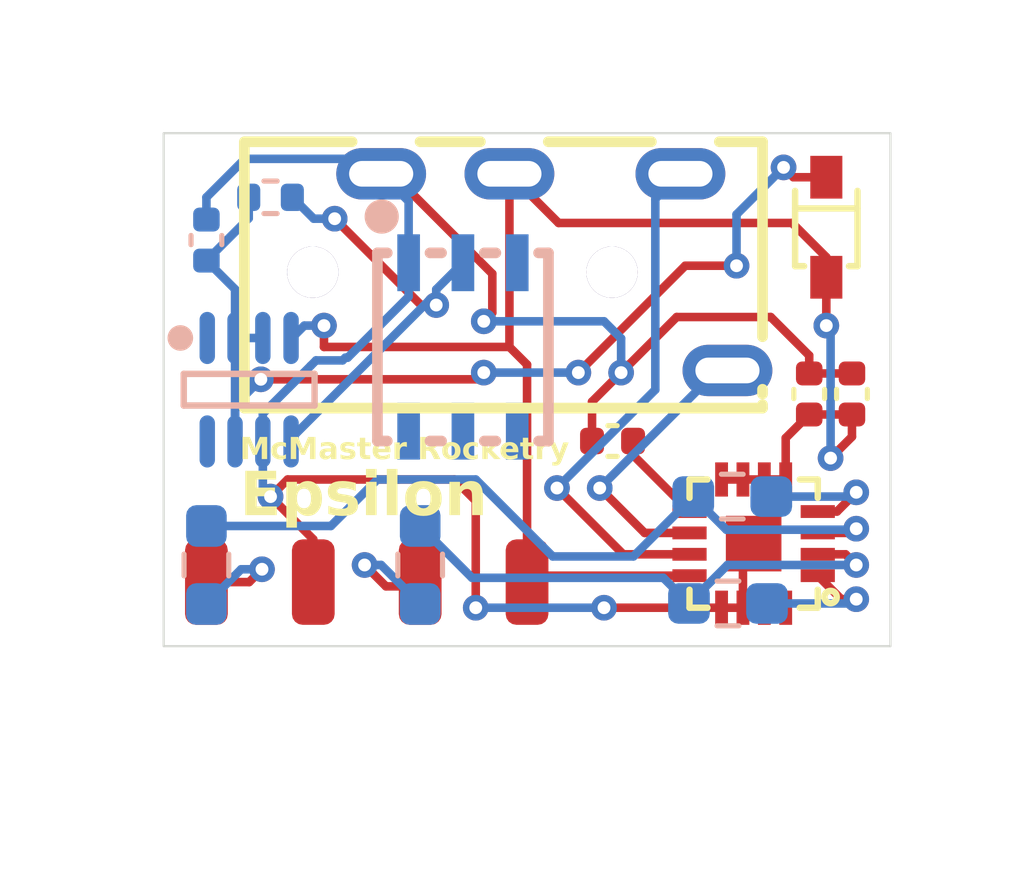
<source format=kicad_pcb>
(kicad_pcb (version 20240108) (generator "pcbnew") (generator_version "8.0")
  (layers (0 "F.Cu" signal) (31 "B.Cu" signal) (34 "B.Paste" user) (35 "F.Paste" user) (36 "B.SilkS" user "B.Silkscreen") (37 "F.SilkS" user "F.Silkscreen") (38 "B.Mask" user) (39 "F.Mask" user) (44 "Edge.Cuts" user))
  (net 0 "")
  (net 1 "GND")
  (net 2 "3V3A_SW")
  (net 3 "Net-(U4-VOCM)")
  (net 4 "Net-(D1-K)")
  (net 5 "Net-(J2-Pin_1)")
  (net 6 "Net-(J4-Pin_1)")
  (net 7 "Net-(U4--OUT)")
  (net 8 "Net-(U4-+OUT)")
  (net 9 "Net-(U4-+IN)")
  (net 10 "Net-(U4-–FB)")
  (net 15 "Net-(U2-IO)")
  (net 18 "Net-(U4-+FB)")
  (net 19 "Net-(U4--IN)")
  (footprint "Connector_Wire:SolderWirePad_1x01_SMD_1x2mm" (layer "F.Cu") (at 141 87.5 180)
    (property "Reference" "J2" (hide yes))
    (property "Value" "SGS+")
    (pad "1" smd roundrect (at 0 0 180) (size 1 2) (layers "F.Cu" "F.Paste" "F.Mask") (net 5 "Net-(J2-Pin_1)"))
  )
  (footprint "Connector_Wire:SolderWirePad_1x01_SMD_1x2mm" (layer "F.Cu") (at 143.5 87.5 180)
    (property "Reference" "J1" (hide yes))
    (property "Value" "SGP+")
    (pad "1" smd roundrect (at 0 0 180) (size 1 2) (layers "F.Cu" "F.Paste" "F.Mask") (net 2 "3V3A_SW"))
  )
  (footprint "Capacitor_SMD:C_0402_1005Metric" (layer "F.Cu") (at 151.1 83.1 -90)
    (property "Reference" "C6" (hide yes))
    (property "Value" "1000p")
    (fp_line (start -0.107836 0.36) (end 0.107836 0.36) (stroke (width 0.12)) (layer "F.SilkS"))
    (fp_line (start -0.107836 -0.36) (end 0.107836 -0.36) (stroke (width 0.12)) (layer "F.SilkS"))
    (pad "1" smd roundrect (at -0.48 0 270) (size 0.56 0.62) (layers "F.Cu" "F.Paste" "F.Mask") (net 1 "GND"))
    (pad "2" smd roundrect (at 0.48 0 270) (size 0.56 0.62) (layers "F.Cu" "F.Paste" "F.Mask") (net 2 "3V3A_SW"))
  )
  (footprint "Rocketry_Easyeda:SOD-323_L1.8-W1.3-LS2.5-RD" (layer "F.Cu") (at 150.5 79.2 -90)
    (property "Reference" "D1" (hide yes))
    (property "Value" "1N4148WS T4")
    (fp_line (start -0.85 0.73) (end 0.91 0.73) (stroke (width 0.15)) (layer "F.SilkS"))
    (fp_line (start 0.91 0.73) (end 0.91 0.52) (stroke (width 0.15)) (layer "F.SilkS"))
    (fp_line (start -0.85 -0.73) (end 0.91 -0.73) (stroke (width 0.15)) (layer "F.SilkS"))
    (fp_line (start -0.44 -0.73) (end -0.44 0.73) (stroke (width 0.15)) (layer "F.SilkS"))
    (fp_line (start 0.91 -0.73) (end 0.91 -0.53) (stroke (width 0.15)) (layer "F.SilkS"))
    (pad "1" smd rect (at -1.17 0 270) (size 1 0.75) (layers "F.Cu" "F.Paste" "F.Mask") (net 4 "Net-(D1-K)"))
    (pad "2" smd rect (at 1.17 0 270) (size 1 0.75) (layers "F.Cu" "F.Paste" "F.Mask") (net 2 "3V3A_SW"))
  )
  (footprint "Connector_Wire:SolderWirePad_1x01_SMD_1x2mm" (layer "F.Cu") (at 136 87.5 180)
    (property "Reference" "J4" (hide yes))
    (property "Value" "SGS-")
    (pad "1" smd roundrect (at 0 0 180) (size 1 2) (layers "F.Cu" "F.Paste" "F.Mask") (net 6 "Net-(J4-Pin_1)"))
  )
  (footprint "Rocketry_Easyeda:LFCSP-16_L3.0-W3.0-P0.50-BL-EP1.3" (layer "F.Cu") (at 148.8 86.6 90)
    (property "Reference" "U4" (hide yes))
    (property "Value" "ADA4940-1ACPZ-R7")
    (fp_line (start 1.07 -1.5) (end 1.5 -1.5) (stroke (width 0.15)) (layer "F.SilkS"))
    (fp_line (start -1.5 -1.5) (end -1.08 -1.5) (stroke (width 0.15)) (layer "F.SilkS"))
    (fp_line (start 1.5 -1.08) (end 1.5 -1.5) (stroke (width 0.15)) (layer "F.SilkS"))
    (fp_line (start -1.5 -1.08) (end -1.5 -1.5) (stroke (width 0.15)) (layer "F.SilkS"))
    (fp_line (start 1.5 1.5) (end 1.5 1.08) (stroke (width 0.15)) (layer "F.SilkS"))
    (fp_line (start 1.07 1.5) (end 1.5 1.5) (stroke (width 0.15)) (layer "F.SilkS"))
    (fp_line (start -1.5 1.5) (end -1.5 1.08) (stroke (width 0.15)) (layer "F.SilkS"))
    (fp_line (start -1.5 1.5) (end -1.08 1.5) (stroke (width 0.15)) (layer "F.SilkS"))
    (fp_circle (center -1.25 1.8) (end -1.18 1.8) (stroke (width 0.15)) (fill none) (layer "F.SilkS"))
    (pad "1" smd rect (at -0.75 1.5 270) (size 0.3 0.8) (layers "F.Cu" "F.Paste" "F.Mask") (net 10 "Net-(U4-–FB)"))
    (pad "2" smd rect (at -0.25 1.5 270) (size 0.3 0.8) (layers "F.Cu" "F.Paste" "F.Mask") (net 9 "Net-(U4-+IN)"))
    (pad "3" smd rect (at 0.25 1.5 270) (size 0.3 0.8) (layers "F.Cu" "F.Paste" "F.Mask") (net 19 "Net-(U4--IN)"))
    (pad "4" smd rect (at 0.75 1.5 270) (size 0.3 0.8) (layers "F.Cu" "F.Paste" "F.Mask") (net 18 "Net-(U4-+FB)"))
    (pad "5" smd rect (at 1.5 0.75 180) (size 0.3 0.8) (layers "F.Cu" "F.Paste" "F.Mask") (net 2 "3V3A_SW"))
    (pad "6" smd rect (at 1.5 0.25 180) (size 0.3 0.8) (layers "F.Cu" "F.Paste" "F.Mask") (net 2 "3V3A_SW"))
    (pad "7" smd rect (at 1.5 -0.25 180) (size 0.3 0.8) (layers "F.Cu" "F.Paste" "F.Mask") (net 2 "3V3A_SW"))
    (pad "8" smd rect (at 1.5 -0.75 180) (size 0.3 0.8) (layers "F.Cu" "F.Paste" "F.Mask") (net 2 "3V3A_SW"))
    (pad "9" smd rect (at 0.75 -1.5 270) (size 0.3 0.8) (layers "F.Cu" "F.Paste" "F.Mask") (net 3 "Net-(U4-VOCM)"))
    (pad "10" smd rect (at 0.25 -1.5 270) (size 0.3 0.8) (layers "F.Cu" "F.Paste" "F.Mask") (net 8 "Net-(U4-+OUT)"))
    (pad "11" smd rect (at -0.25 -1.5 270) (size 0.3 0.8) (layers "F.Cu" "F.Paste" "F.Mask") (net 7 "Net-(U4--OUT)"))
    (pad "12" smd rect (at -0.75 -1.5 270) (size 0.3 0.8) (layers "F.Cu" "F.Paste" "F.Mask") (net 2 "3V3A_SW"))
    (pad "13" smd rect (at -1.5 -0.75 180) (size 0.3 0.8) (layers "F.Cu" "F.Paste" "F.Mask") (net 1 "GND"))
    (pad "14" smd rect (at -1.5 -0.25 180) (size 0.3 0.8) (layers "F.Cu" "F.Paste" "F.Mask") (net 1 "GND"))
    (pad "15" smd rect (at -1.5 0.25 180) (size 0.3 0.8) (layers "F.Cu" "F.Paste" "F.Mask") (net 1 "GND"))
    (pad "16" smd rect (at -1.5 0.75 180) (size 0.3 0.8) (layers "F.Cu" "F.Paste" "F.Mask") (net 1 "GND"))
    (pad "17" smd rect (at 0 0 270) (size 1.3 1.3) (layers "F.Cu" "F.Paste" "F.Mask") (net 1 "GND"))
  )
  (footprint "Capacitor_SMD:C_0402_1005Metric" (layer "F.Cu") (at 150.1 83.1 90)
    (property "Reference" "C5" (hide yes))
    (property "Value" "100n")
    (fp_line (start -0.107836 -0.36) (end 0.107836 -0.36) (stroke (width 0.12)) (layer "F.SilkS"))
    (fp_line (start -0.107836 0.36) (end 0.107836 0.36) (stroke (width 0.12)) (layer "F.SilkS"))
    (pad "1" smd roundrect (at -0.48 0 90) (size 0.56 0.62) (layers "F.Cu" "F.Paste" "F.Mask") (net 2 "3V3A_SW"))
    (pad "2" smd roundrect (at 0.48 0 90) (size 0.56 0.62) (layers "F.Cu" "F.Paste" "F.Mask") (net 1 "GND"))
  )
  (footprint "Rocketry_Manual:AUDIO-TH_PJ-320A-4P-DIP" (layer "F.Cu") (at 144.1375 80.25)
    (property "Reference" "J5" (hide yes))
    (property "Value" "AudioJack4")
    (fp_line (start -7.25 2.46) (end -7.25 -3.05) (stroke (width 0.25)) (layer "F.SilkS"))
    (fp_line (start -7.25 3.18) (end -7.25 2.3) (stroke (width 0.25)) (layer "F.SilkS"))
    (fp_line (start -7.23 -3.05) (end -4.73 -3.05) (stroke (width 0.25)) (layer "F.SilkS"))
    (fp_line (start -3.14 -3.05) (end -1.73 -3.05) (stroke (width 0.25)) (layer "F.SilkS"))
    (fp_line (start -0.14 -3.05) (end 2.27 -3.05) (stroke (width 0.25)) (layer "F.SilkS"))
    (fp_line (start 3.86 -3.05) (end 4.87 -3.05) (stroke (width 0.25)) (layer "F.SilkS"))
    (fp_line (start 4.87 -3.05) (end 4.87 1.51) (stroke (width 0.25)) (layer "F.SilkS"))
    (fp_line (start 4.87 2.74) (end 4.87 2.85) (stroke (width 0.25)) (layer "F.SilkS"))
    (fp_line (start 4.87 3.1) (end 4.87 3.18) (stroke (width 0.25)) (layer "F.SilkS"))
    (fp_line (start 4.87 3.18) (end -7.25 3.18) (stroke (width 0.25)) (layer "F.SilkS"))
    (pad "" thru_hole circle (at -5.65 0) (size 1.2 1.2) (drill 1.2) (layers "*.Cu" "*.Mask"))
    (pad "" thru_hole circle (at 1.35 0) (size 1.2 1.2) (drill 1.2) (layers "*.Cu" "*.Mask"))
    (pad "R1" thru_hole oval (at 2.95 -2.3 90) (size 1.2 2.1) (drill oval 0.599999 1.499997) (layers "*.Cu" "*.Mask") (net 7 "Net-(U4--OUT)"))
    (pad "R2" thru_hole oval (at -1.05 -2.3 90) (size 1.2 2.1) (drill oval 0.599999 1.499997) (layers "*.Cu" "*.Mask") (net 2 "3V3A_SW"))
    (pad "S" thru_hole oval (at -4.05 -2.3 90) (size 1.2 2.1) (drill oval 0.599999 1.499997) (layers "*.Cu" "*.Mask") (net 1 "GND"))
    (pad "T" thru_hole oval (at 4.05 2.3 90) (size 1.2 2.1) (drill oval 0.599999 1.499997) (layers "*.Cu" "*.Mask") (net 8 "Net-(U4-+OUT)"))
  )
  (footprint "Connector_Wire:SolderWirePad_1x01_SMD_1x2mm" (layer "F.Cu") (at 138.5 87.5 180)
    (property "Reference" "J3" (hide yes))
    (property "Value" "SGP-")
    (pad "1" smd roundrect (at 0 0 180) (size 1 2) (layers "F.Cu" "F.Paste" "F.Mask") (net 1 "GND"))
  )
  (footprint "Capacitor_SMD:C_0402_1005Metric" (layer "F.Cu") (at 145.5 84.2 180)
    (property "Reference" "C7" (hide yes))
    (property "Value" "100n")
    (fp_line (start -0.107836 0.36) (end 0.107836 0.36) (stroke (width 0.12)) (layer "F.SilkS"))
    (fp_line (start -0.107836 -0.36) (end 0.107836 -0.36) (stroke (width 0.12)) (layer "F.SilkS"))
    (pad "1" smd roundrect (at -0.48 0 180) (size 0.56 0.62) (layers "F.Cu" "F.Paste" "F.Mask") (net 3 "Net-(U4-VOCM)"))
    (pad "2" smd roundrect (at 0.48 0 180) (size 0.56 0.62) (layers "F.Cu" "F.Paste" "F.Mask") (net 1 "GND"))
  )
  (footprint "Capacitor_SMD:C_0402_1005Metric" (layer "B.Cu") (at 136 79.5 90)
    (property "Reference" "C4" (hide yes))
    (property "Value" "10uF")
    (fp_line (start 0.107836 -0.36) (end -0.107836 -0.36) (stroke (width 0.12)) (layer "B.SilkS"))
    (fp_line (start 0.107836 0.36) (end -0.107836 0.36) (stroke (width 0.12)) (layer "B.SilkS"))
    (pad "1" smd roundrect (at -0.48 0 90) (size 0.56 0.62) (layers "B.Cu" "B.Paste" "B.Mask") (net 4 "Net-(D1-K)"))
    (pad "2" smd roundrect (at 0.48 0 90) (size 0.56 0.62) (layers "B.Cu" "B.Paste" "B.Mask") (net 1 "GND"))
  )
  (footprint "Rocketry_Easyeda:TSOT-23-8_L2.9-W1.6-P0.65-LS2.8-BR" (layer "B.Cu") (at 137 83 90)
    (property "Reference" "U3" (hide yes))
    (property "Value" "TCA9416DDFR")
    (fp_line (start 0.37 -1.53) (end 0.37 1.53) (stroke (width 0.15)) (layer "B.SilkS"))
    (fp_line (start -0.37 -1.53) (end 0.37 -1.53) (stroke (width 0.15)) (layer "B.SilkS"))
    (fp_line (start 0.37 1.53) (end -0.37 1.53) (stroke (width 0.15)) (layer "B.SilkS"))
    (fp_line (start -0.37 1.53) (end -0.37 -1.53) (stroke (width 0.15)) (layer "B.SilkS"))
    (fp_circle (center 1.21 -1.61) (end 1.36 -1.61) (stroke (width 0.3)) (fill none) (layer "B.SilkS"))
    (pad "1" smd oval (at 1.21 -0.98 90) (size 1.22 0.36) (layers "B.Cu" "B.Paste" "B.Mask"))
    (pad "2" smd oval (at 1.21 -0.33 90) (size 1.22 0.36) (layers "B.Cu" "B.Paste" "B.Mask") (net 4 "Net-(D1-K)"))
    (pad "3" smd oval (at 1.21 0.32 90) (size 1.22 0.36) (layers "B.Cu" "B.Paste" "B.Mask") (net 4 "Net-(D1-K)"))
    (pad "4" smd oval (at 1.21 0.98 90) (size 1.22 0.36) (layers "B.Cu" "B.Paste" "B.Mask") (net 2 "3V3A_SW"))
    (pad "5" smd oval (at -1.21 0.98 90) (size 1.22 0.36) (layers "B.Cu" "B.Paste" "B.Mask") (net 15 "Net-(U2-IO)"))
    (pad "6" smd oval (at -1.21 0.32 90) (size 1.22 0.36) (layers "B.Cu" "B.Paste" "B.Mask") (net 1 "GND"))
    (pad "7" smd oval (at -1.21 -0.33 90) (size 1.22 0.36) (layers "B.Cu" "B.Paste" "B.Mask") (net 4 "Net-(D1-K)"))
    (pad "8" smd oval (at -1.21 -0.98 90) (size 1.22 0.36) (layers "B.Cu" "B.Paste" "B.Mask"))
  )
  (footprint "Resistor_SMD:R_0603_1608Metric_Pad0.98x0.95mm_HandSolder" (layer "B.Cu") (at 141 87.1 90)
    (property "Reference" "R8" (hide yes))
    (property "Value" "6.8K")
    (fp_line (start 0.254724 -0.5225) (end -0.254724 -0.5225) (stroke (width 0.12)) (layer "B.SilkS"))
    (fp_line (start 0.254724 0.5225) (end -0.254724 0.5225) (stroke (width 0.12)) (layer "B.SilkS"))
    (pad "1" smd roundrect (at -0.9125 0 90) (size 0.975 0.95) (layers "B.Cu" "B.Paste" "B.Mask") (net 5 "Net-(J2-Pin_1)"))
    (pad "2" smd roundrect (at 0.9125 0 90) (size 0.975 0.95) (layers "B.Cu" "B.Paste" "B.Mask") (net 9 "Net-(U4-+IN)"))
  )
  (footprint "Resistor_SMD:R_0402_1005Metric" (layer "B.Cu") (at 137.5 78.5 180)
    (property "Reference" "R7" (hide yes))
    (property "Value" "1K")
    (fp_line (start 0.153641 0.38) (end -0.153641 0.38) (stroke (width 0.12)) (layer "B.SilkS"))
    (fp_line (start 0.153641 -0.38) (end -0.153641 -0.38) (stroke (width 0.12)) (layer "B.SilkS"))
    (pad "1" smd roundrect (at -0.51 0 180) (size 0.54 0.64) (layers "B.Cu" "B.Paste" "B.Mask") (net 15 "Net-(U2-IO)"))
    (pad "2" smd roundrect (at 0.51 0 180) (size 0.54 0.64) (layers "B.Cu" "B.Paste" "B.Mask") (net 4 "Net-(D1-K)"))
  )
  (footprint "Rocketry_Easyeda:TSOC-6_L3.9-W4.3-P1.27-BL" (layer "B.Cu") (at 142 82)
    (property "Reference" "U2" (hide yes))
    (property "Value" "DS28E07P+T")
    (fp_line (start -2 -2.2) (end -2 2.2) (stroke (width 0.25)) (layer "B.SilkS"))
    (fp_line (start -2 2.2) (end -1.77 2.2) (stroke (width 0.25)) (layer "B.SilkS"))
    (fp_line (start -1.77 -2.2) (end -2 -2.2) (stroke (width 0.25)) (layer "B.SilkS"))
    (fp_line (start -0.77 2.2) (end -0.5 2.2) (stroke (width 0.25)) (layer "B.SilkS"))
    (fp_line (start -0.5 -2.2) (end -0.77 -2.2) (stroke (width 0.25)) (layer "B.SilkS"))
    (fp_line (start 0.5 2.2) (end 0.77 2.2) (stroke (width 0.25)) (layer "B.SilkS"))
    (fp_line (start 0.77 -2.2) (end 0.5 -2.2) (stroke (width 0.25)) (layer "B.SilkS"))
    (fp_line (start 1.77 2.2) (end 2 2.2) (stroke (width 0.25)) (layer "B.SilkS"))
    (fp_line (start 2 -2.2) (end 1.77 -2.2) (stroke (width 0.25)) (layer "B.SilkS"))
    (fp_line (start 2 2.2) (end 2 -2.2) (stroke (width 0.25)) (layer "B.SilkS"))
    (fp_circle (center -1.9 -3.05) (end -1.7 -3.05) (stroke (width 0.4)) (fill none) (layer "B.SilkS"))
    (pad "1" smd rect (at -1.27 -1.97) (size 0.53 1.33) (layers "B.Cu" "B.Paste" "B.Mask") (net 1 "GND"))
    (pad "2" smd rect (at 0 -1.97) (size 0.53 1.33) (layers "B.Cu" "B.Paste" "B.Mask") (net 15 "Net-(U2-IO)"))
    (pad "3" smd rect (at 1.27 -1.97) (size 0.53 1.33) (layers "B.Cu" "B.Paste" "B.Mask"))
    (pad "4" smd rect (at 1.27 1.97) (size 0.53 1.33) (layers "B.Cu" "B.Paste" "B.Mask"))
    (pad "5" smd rect (at 0 1.97) (size 0.53 1.33) (layers "B.Cu" "B.Paste" "B.Mask"))
    (pad "6" smd rect (at -1.27 1.97) (size 0.53 1.33) (layers "B.Cu" "B.Paste" "B.Mask"))
  )
  (footprint "Resistor_SMD:R_0603_1608Metric_Pad0.98x0.95mm_HandSolder" (layer "B.Cu") (at 148.2 88)
    (property "Reference" "R5" (hide yes))
    (property "Value" "330K")
    (fp_line (start 0.254724 -0.5225) (end -0.254724 -0.5225) (stroke (width 0.12)) (layer "B.SilkS"))
    (fp_line (start 0.254724 0.5225) (end -0.254724 0.5225) (stroke (width 0.12)) (layer "B.SilkS"))
    (pad "1" smd roundrect (at -0.9125 0) (size 0.975 0.95) (layers "B.Cu" "B.Paste" "B.Mask") (net 9 "Net-(U4-+IN)"))
    (pad "2" smd roundrect (at 0.9125 0) (size 0.975 0.95) (layers "B.Cu" "B.Paste" "B.Mask") (net 10 "Net-(U4-–FB)"))
  )
  (footprint "Resistor_SMD:R_0603_1608Metric_Pad0.98x0.95mm_HandSolder" (layer "B.Cu") (at 136 87.1 -90)
    (property "Reference" "R9" (hide yes))
    (property "Value" "6.8K")
    (fp_line (start 0.254724 0.5225) (end -0.254724 0.5225) (stroke (width 0.12)) (layer "B.SilkS"))
    (fp_line (start 0.254724 -0.5225) (end -0.254724 -0.5225) (stroke (width 0.12)) (layer "B.SilkS"))
    (pad "1" smd roundrect (at -0.9125 0 270) (size 0.975 0.95) (layers "B.Cu" "B.Paste" "B.Mask") (net 19 "Net-(U4--IN)"))
    (pad "2" smd roundrect (at 0.9125 0 270) (size 0.975 0.95) (layers "B.Cu" "B.Paste" "B.Mask") (net 6 "Net-(J4-Pin_1)"))
  )
  (footprint "Resistor_SMD:R_0603_1608Metric_Pad0.98x0.95mm_HandSolder" (layer "B.Cu") (at 148.3 85.5 180)
    (property "Reference" "R6" (hide yes))
    (property "Value" "330K")
    (fp_line (start 0.254724 0.5225) (end -0.254724 0.5225) (stroke (width 0.12)) (layer "B.SilkS"))
    (fp_line (start 0.254724 -0.5225) (end -0.254724 -0.5225) (stroke (width 0.12)) (layer "B.SilkS"))
    (pad "1" smd roundrect (at -0.9125 0 180) (size 0.975 0.95) (layers "B.Cu" "B.Paste" "B.Mask") (net 18 "Net-(U4-+FB)"))
    (pad "2" smd roundrect (at 0.9125 0 180) (size 0.975 0.95) (layers "B.Cu" "B.Paste" "B.Mask") (net 19 "Net-(U4--IN)"))
  )
  (gr_rect (start 135 77) (end 152 89) (stroke (width 0.05)) (fill none) (layer "Edge.Cuts"))
  (gr_text "McMaster Rocketry" (at 136.779 84.709 0) (layer "F.SilkS") (effects (font (size 0.508 0.508) (thickness 0.1) (italic yes)) (justify left bottom)))
  (gr_text "Epsilon" (at 136.779 86.106 0) (layer "F.SilkS") (effects (font (size 1.016 1.016) (thickness 0.1) (italic yes)) (justify left bottom)))
  (segment (start 147 81.3) (end 145.7 82.6) (width 0.2) (layer "F.Cu") (net 1))
  (segment (start 145.02 83.28) (end 145.02 84.2) (width 0.2) (layer "F.Cu") (net 1))
  (segment (start 138.5 86.5) (end 137.5 85.5) (width 0.2) (layer "F.Cu") (net 1))
  (segment (start 142.6875 80.2875) (end 142.6875 81.2) (width 0.2) (layer "F.Cu") (net 1))
  (segment (start 142.6875 81.2) (end 142.4875 81.4) (width 0.2) (layer "F.Cu") (net 1))
  (segment (start 148.55 88.1) (end 149.05 88.1) (width 0.2) (layer "F.Cu") (net 1))
  (segment (start 138.5 87.5) (end 138.5 86.5) (width 0.2) (layer "F.Cu") (net 1))
  (segment (start 151.1 82.62) (end 150.1 82.62) (width 0.2) (layer "F.Cu") (net 1))
  (segment (start 150.1 82.62) (end 150.1 82.2) (width 0.2) (layer "F.Cu") (net 1))
  (segment (start 142.3 85.6) (end 141.8 85.1) (width 0.2) (layer "F.Cu") (net 1))
  (segment (start 148.05 88.1) (end 148.55 88.1) (width 0.2) (layer "F.Cu") (net 1))
  (segment (start 148.55 88.1) (end 148.55 86.85) (width 0.2) (layer "F.Cu") (net 1))
  (segment (start 141.8 85.1) (end 140.5 85.1) (width 0.2) (layer "F.Cu") (net 1))
  (segment (start 148.05 88.1) (end 145.3 88.1) (width 0.2) (layer "F.Cu") (net 1))
  (segment (start 140.5 85.1) (end 137.9 85.1) (width 0.2) (layer "F.Cu") (net 1))
  (segment (start 145.7 82.6) (end 145.02 83.28) (width 0.2) (layer "F.Cu") (net 1))
  (segment (start 137.9 85.1) (end 137.5 85.5) (width 0.2) (layer "F.Cu") (net 1))
  (segment (start 149.2 81.3) (end 147 81.3) (width 0.2) (layer "F.Cu") (net 1))
  (segment (start 140.0875 77.95) (end 140.35 77.95) (width 0.2) (layer "F.Cu") (net 1))
  (segment (start 148.55 86.85) (end 148.8 86.6) (width 0.2) (layer "F.Cu") (net 1))
  (segment (start 149.55 88.1) (end 149.05 88.1) (width 0.2) (layer "F.Cu") (net 1))
  (segment (start 140.35 77.95) (end 142.6875 80.2875) (width 0.2) (layer "F.Cu") (net 1))
  (segment (start 142.3 88.1) (end 142.3 85.6) (width 0.2) (layer "F.Cu") (net 1))
  (segment (start 150.1 82.2) (end 149.2 81.3) (width 0.2) (layer "F.Cu") (net 1))
  (via (at 142.3 88.1) (size 0.6) (drill 0.3) (layers "F.Cu" "B.Cu") (net 1))
  (via (at 145.7 82.6) (size 0.6) (drill 0.3) (layers "F.Cu" "B.Cu") (net 1))
  (via (at 137.5 85.5) (size 0.6) (drill 0.3) (layers "F.Cu" "B.Cu") (net 1))
  (via (at 145.3 88.1) (size 0.6) (drill 0.3) (layers "F.Cu" "B.Cu") (net 1))
  (via (at 142.4875 81.4) (size 0.6) (drill 0.3) (layers "F.Cu" "B.Cu") (net 1))
  (segment (start 137.32 83.558823) (end 137.32 84.21) (width 0.2) (layer "B.Cu") (net 1))
  (segment (start 136 78.5) (end 136.9 77.6) (width 0.2) (layer "B.Cu") (net 1))
  (segment (start 139.185589 82.314411) (end 139.25 82.25) (width 0.2) (layer "B.Cu") (net 1))
  (segment (start 139.7375 77.6) (end 140.0875 77.95) (width 0.2) (layer "B.Cu") (net 1))
  (segment (start 145.7 81.8) (end 145.3 81.4) (width 0.2) (layer "B.Cu") (net 1))
  (segment (start 138.439411 82.439411) (end 138.564411 82.314411) (width 0.2) (layer "B.Cu") (net 1))
  (segment (start 137.32 85.32) (end 137.5 85.5) (width 0.2) (layer "B.Cu") (net 1))
  (segment (start 145.3 81.4) (end 142.4875 81.4) (width 0.2) (layer "B.Cu") (net 1))
  (segment (start 138.439411 82.439411) (end 137.32 83.558823) (width 0.2) (layer "B.Cu") (net 1))
  (segment (start 140.73 80.824314) (end 140.73 80.03) (width 0.2) (layer "B.Cu") (net 1))
  (segment (start 138.564411 82.314411) (end 139.185589 82.314411) (width 0.2) (layer "B.Cu") (net 1))
  (segment (start 140.73 80.03) (end 140.73 78.5925) (width 0.2) (layer "B.Cu") (net 1))
  (segment (start 139.304314 82.25) (end 140.73 80.824314) (width 0.2) (layer "B.Cu") (net 1))
  (segment (start 137.32 84.21) (end 137.32 85.32) (width 0.2) (layer "B.Cu") (net 1))
  (segment (start 145.7 82.6) (end 145.7 81.8) (width 0.2) (layer "B.Cu") (net 1))
  (segment (start 145.3 88.1) (end 142.3 88.1) (width 0.2) (layer "B.Cu") (net 1))
  (segment (start 136.9 77.6) (end 139.7375 77.6) (width 0.2) (layer "B.Cu") (net 1))
  (segment (start 136 79.02) (end 136 78.5) (width 0.2) (layer "B.Cu") (net 1))
  (segment (start 139.25 82.25) (end 139.304314 82.25) (width 0.2) (layer "B.Cu") (net 1))
  (segment (start 140.73 78.5925) (end 140.0875 77.95) (width 0.2) (layer "B.Cu") (net 1))
  (segment (start 143.55 87.55) (end 143.5 87.5) (width 0.2) (layer "F.Cu") (net 2))
  (segment (start 150.5 81.5) (end 150.5 80.37) (width 0.2) (layer "F.Cu") (net 2))
  (segment (start 151.1 84.1) (end 150.6 84.6) (width 0.2) (layer "F.Cu") (net 2))
  (segment (start 149.7 79.1) (end 144.2375 79.1) (width 0.2) (layer "F.Cu") (net 2))
  (segment (start 143.65 87.35) (end 143.5 87.5) (width 0.2) (layer "F.Cu") (net 2))
  (segment (start 143.0875 82) (end 138.75 82) (width 0.2) (layer "F.Cu") (net 2))
  (segment (start 149.55 84.13) (end 150.1 83.58) (width 0.2) (layer "F.Cu") (net 2))
  (segment (start 143.5 82.4125) (end 143.0875 82) (width 0.2) (layer "F.Cu") (net 2))
  (segment (start 150.1 83.58) (end 151.1 83.58) (width 0.2) (layer "F.Cu") (net 2))
  (segment (start 143.7 87.3) (end 143.5 87.5) (width 0.2) (layer "F.Cu") (net 2))
  (segment (start 138.75 82) (end 138.75 81.5) (width 0.2) (layer "F.Cu") (net 2))
  (segment (start 143.0875 82) (end 143.0875 77.95) (width 0.2) (layer "F.Cu") (net 2))
  (segment (start 144.2375 79.1) (end 143.0875 77.95) (width 0.2) (layer "F.Cu") (net 2))
  (segment (start 150.5 79.9) (end 149.7 79.1) (width 0.2) (layer "F.Cu") (net 2))
  (segment (start 148.05 85.1) (end 148.55 85.1) (width 0.2) (layer "F.Cu") (net 2))
  (segment (start 148.55 85.1) (end 149.05 85.1) (width 0.2) (layer "F.Cu") (net 2))
  (segment (start 149.55 85.1) (end 149.55 84.13) (width 0.2) (layer "F.Cu") (net 2))
  (segment (start 150.5 80.37) (end 150.5 79.9) (width 0.2) (layer "F.Cu") (net 2))
  (segment (start 147.3 87.35) (end 143.65 87.35) (width 0.2) (layer "F.Cu") (net 2))
  (segment (start 149.05 85.1) (end 149.55 85.1) (width 0.2) (layer "F.Cu") (net 2))
  (segment (start 151.1 83.58) (end 151.1 84.1) (width 0.2) (layer "F.Cu") (net 2))
  (segment (start 143.5 87.5) (end 143.5 82.4125) (width 0.2) (layer "F.Cu") (net 2))
  (via (at 150.5 81.5) (size 0.6) (drill 0.3) (layers "F.Cu" "B.Cu") (net 2))
  (via (at 138.75 81.5) (size 0.6) (drill 0.3) (layers "F.Cu" "B.Cu") (net 2))
  (via (at 150.6 84.6) (size 0.6) (drill 0.3) (layers "F.Cu" "B.Cu") (net 2))
  (segment (start 150.6 81.6) (end 150.5 81.5) (width 0.2) (layer "B.Cu") (net 2))
  (segment (start 150.6 84.6) (end 150.6 81.6) (width 0.2) (layer "B.Cu") (net 2))
  (segment (start 138.75 81.5) (end 138.29 81.5) (width 0.2) (layer "B.Cu") (net 2))
  (segment (start 138.29 81.5) (end 138 81.79) (width 0.2) (layer "B.Cu") (net 2))
  (segment (start 145.98 84.2) (end 145.98 84.53) (width 0.2) (layer "F.Cu") (net 3))
  (segment (start 145.98 84.53) (end 147.3 85.85) (width 0.2) (layer "F.Cu") (net 3))
  (segment (start 149.73 78.03) (end 149.5 77.8) (width 0.2) (layer "F.Cu") (net 4))
  (segment (start 147.2 80.1) (end 148.4 80.1) (width 0.2) (layer "F.Cu") (net 4))
  (segment (start 144.7 82.6) (end 147.2 80.1) (width 0.2) (layer "F.Cu") (net 4))
  (segment (start 150.5 78.03) (end 149.73 78.03) (width 0.2) (layer "F.Cu") (net 4))
  (segment (start 142.330473 82.757027) (end 142.4875 82.6) (width 0.2) (layer "F.Cu") (net 4))
  (segment (start 137.273267 82.757027) (end 142.330473 82.757027) (width 0.2) (layer "F.Cu") (net 4))
  (via (at 149.5 77.8) (size 0.6) (drill 0.3) (layers "F.Cu" "B.Cu") (net 4))
  (via (at 137.273267 82.757027) (size 0.6) (drill 0.3) (layers "F.Cu" "B.Cu") (net 4))
  (via (at 144.7 82.6) (size 0.6) (drill 0.3) (layers "F.Cu" "B.Cu") (net 4))
  (via (at 148.4 80.1) (size 0.6) (drill 0.3) (layers "F.Cu" "B.Cu") (net 4))
  (via (at 142.4875 82.6) (size 0.6) (drill 0.3) (layers "F.Cu" "B.Cu") (net 4))
  (segment (start 136.99 78.5) (end 136.99 78.99) (width 0.2) (layer "B.Cu") (net 4))
  (segment (start 136.67 84.21) (end 136.67 83.360294) (width 0.2) (layer "B.Cu") (net 4))
  (segment (start 136.67 83.360294) (end 137.273267 82.757027) (width 0.2) (layer "B.Cu") (net 4))
  (segment (start 144.7 82.6) (end 142.4875 82.6) (width 0.2) (layer "B.Cu") (net 4))
  (segment (start 136.99 78.99) (end 136 79.98) (width 0.2) (layer "B.Cu") (net 4))
  (segment (start 136.67 80.65) (end 136.67 81.79) (width 0.2) (layer "B.Cu") (net 4))
  (segment (start 136 79.98) (end 136.67 80.65) (width 0.2) (layer "B.Cu") (net 4))
  (segment (start 137.32 81.79) (end 136.67 81.79) (width 0.2) (layer "B.Cu") (net 4))
  (segment (start 148.4 80.1) (end 148.4 78.9) (width 0.2) (layer "B.Cu") (net 4))
  (segment (start 148.4 78.9) (end 149.5 77.8) (width 0.2) (layer "B.Cu") (net 4))
  (segment (start 136.67 81.79) (end 136.67 84.21) (width 0.2) (layer "B.Cu") (net 4))
  (segment (start 140.2 87.6) (end 139.7 87.1) (width 0.2) (layer "F.Cu") (net 5))
  (segment (start 141 87.6) (end 140.2 87.6) (width 0.2) (layer "F.Cu") (net 5))
  (via (at 139.7 87.1) (size 0.6) (drill 0.3) (layers "F.Cu" "B.Cu") (net 5))
  (segment (start 140.0875 87.1) (end 141 88.0125) (width 0.2) (layer "B.Cu") (net 5))
  (segment (start 139.7 87.1) (end 140.0875 87.1) (width 0.2) (layer "B.Cu") (net 5))
  (segment (start 137 87.5) (end 137.3 87.2) (width 0.2) (layer "F.Cu") (net 6))
  (segment (start 136 87.5) (end 137 87.5) (width 0.2) (layer "F.Cu") (net 6))
  (via (at 137.3 87.2) (size 0.6) (drill 0.3) (layers "F.Cu" "B.Cu") (net 6))
  (segment (start 136.8125 87.2) (end 136 88.0125) (width 0.2) (layer "B.Cu") (net 6))
  (segment (start 137.3 87.2) (end 136.8125 87.2) (width 0.2) (layer "B.Cu") (net 6))
  (segment (start 144.2 85.3) (end 145.75 86.85) (width 0.2) (layer "F.Cu") (net 7))
  (segment (start 145.75 86.85) (end 147.3 86.85) (width 0.2) (layer "F.Cu") (net 7))
  (via (at 144.2 85.3) (size 0.6) (drill 0.3) (layers "F.Cu" "B.Cu") (net 7))
  (segment (start 146.5 78.5375) (end 147.0875 77.95) (width 0.2) (layer "B.Cu") (net 7))
  (segment (start 144.2 85.3) (end 146.5 83) (width 0.2) (layer "B.Cu") (net 7))
  (segment (start 146.5 83) (end 146.5 78.5375) (width 0.2) (layer "B.Cu") (net 7))
  (segment (start 145.2 85.3) (end 146.25 86.35) (width 0.2) (layer "F.Cu") (net 8))
  (segment (start 146.25 86.35) (end 147.3 86.35) (width 0.2) (layer "F.Cu") (net 8))
  (via (at 145.2 85.3) (size 0.6) (drill 0.3) (layers "F.Cu" "B.Cu") (net 8))
  (segment (start 147.95 82.55) (end 145.2 85.3) (width 0.2) (layer "B.Cu") (net 8))
  (segment (start 148.1875 82.55) (end 147.95 82.55) (width 0.2) (layer "B.Cu") (net 8))
  (segment (start 150.95 86.85) (end 151.2 87.1) (width 0.2) (layer "F.Cu") (net 9))
  (segment (start 150.3 86.85) (end 150.95 86.85) (width 0.2) (layer "F.Cu") (net 9))
  (via (at 151.2 87.1) (size 0.6) (drill 0.3) (layers "F.Cu" "B.Cu") (net 9))
  (segment (start 142.2125 87.4) (end 146.6875 87.4) (width 0.2) (layer "B.Cu") (net 9))
  (segment (start 141 86.1875) (end 142.2125 87.4) (width 0.2) (layer "B.Cu") (net 9))
  (segment (start 146.6875 87.4) (end 147.2875 88) (width 0.2) (layer "B.Cu") (net 9))
  (segment (start 147.2875 88) (end 148.1875 87.1) (width 0.2) (layer "B.Cu") (net 9))
  (segment (start 148.1875 87.1) (end 151.2 87.1) (width 0.2) (layer "B.Cu") (net 9))
  (segment (start 151.2 87.9) (end 150.85 87.9) (width 0.2) (layer "F.Cu") (net 10))
  (segment (start 150.85 87.9) (end 150.3 87.35) (width 0.2) (layer "F.Cu") (net 10))
  (via (at 151.2 87.9) (size 0.6) (drill 0.3) (layers "F.Cu" "B.Cu") (net 10))
  (segment (start 149.1125 88) (end 151.1 88) (width 0.2) (layer "B.Cu") (net 10))
  (segment (start 151.1 88) (end 151.2 87.9) (width 0.2) (layer "B.Cu") (net 10))
  (segment (start 141.019408 81.019408) (end 139 79) (width 0.2) (layer "F.Cu") (net 15))
  (segment (start 141.375475 81.019408) (end 141.019408 81.019408) (width 0.2) (layer "F.Cu") (net 15))
  (via (at 141.375475 81.019408) (size 0.6) (drill 0.3) (layers "F.Cu" "B.Cu") (net 15))
  (via (at 139 79) (size 0.6) (drill 0.3) (layers "F.Cu" "B.Cu") (net 15))
  (segment (start 138.51 79) (end 138.01 78.5) (width 0.2) (layer "B.Cu") (net 15))
  (segment (start 141.375475 80.654525) (end 142 80.03) (width 0.2) (layer "B.Cu") (net 15))
  (segment (start 137.98 84.14) (end 141.185 80.935) (width 0.2) (layer "B.Cu") (net 15))
  (segment (start 141.185 80.935) (end 141.269408 81.019408) (width 0.2) (layer "B.Cu") (net 15))
  (segment (start 141.375475 81.019408) (end 141.375475 80.654525) (width 0.2) (layer "B.Cu") (net 15))
  (segment (start 141.269408 81.019408) (end 141.375475 81.019408) (width 0.2) (layer "B.Cu") (net 15))
  (segment (start 139 79) (end 138.51 79) (width 0.2) (layer "B.Cu") (net 15))
  (segment (start 137.98 84.21) (end 137.98 84.14) (width 0.2) (layer "B.Cu") (net 15))
  (segment (start 150.75 85.85) (end 151.2 85.4) (width 0.2) (layer "F.Cu") (net 18))
  (segment (start 150.3 85.85) (end 150.75 85.85) (width 0.2) (layer "F.Cu") (net 18))
  (via (at 151.2 85.4) (size 0.6) (drill 0.3) (layers "F.Cu" "B.Cu") (net 18))
  (segment (start 151.1 85.5) (end 151.2 85.4) (width 0.2) (layer "B.Cu") (net 18))
  (segment (start 149.2125 85.5) (end 151.1 85.5) (width 0.2) (layer "B.Cu") (net 18))
  (segment (start 151.101471 86.35) (end 150.3 86.35) (width 0.2) (layer "F.Cu") (net 19))
  (segment (start 151.2 86.251471) (end 151.101471 86.35) (width 0.2) (layer "F.Cu") (net 19))
  (via (at 151.2 86.251471) (size 0.6) (drill 0.3) (layers "F.Cu" "B.Cu") (net 19))
  (segment (start 138.9125 86.1875) (end 140 85.1) (width 0.2) (layer "B.Cu") (net 19))
  (segment (start 142.3 85.1) (end 144.1 86.9) (width 0.2) (layer "B.Cu") (net 19))
  (segment (start 145.9875 86.9) (end 147.3875 85.5) (width 0.2) (layer "B.Cu") (net 19))
  (segment (start 151.176471 86.275) (end 151.2 86.251471) (width 0.2) (layer "B.Cu") (net 19))
  (segment (start 140 85.1) (end 142.3 85.1) (width 0.2) (layer "B.Cu") (net 19))
  (segment (start 147.3875 85.5) (end 148.1625 86.275) (width 0.2) (layer "B.Cu") (net 19))
  (segment (start 148.1625 86.275) (end 151.176471 86.275) (width 0.2) (layer "B.Cu") (net 19))
  (segment (start 144.1 86.9) (end 145.9875 86.9) (width 0.2) (layer "B.Cu") (net 19))
  (segment (start 136 86.1875) (end 138.9125 86.1875) (width 0.2) (layer "B.Cu") (net 19))
)
</source>
